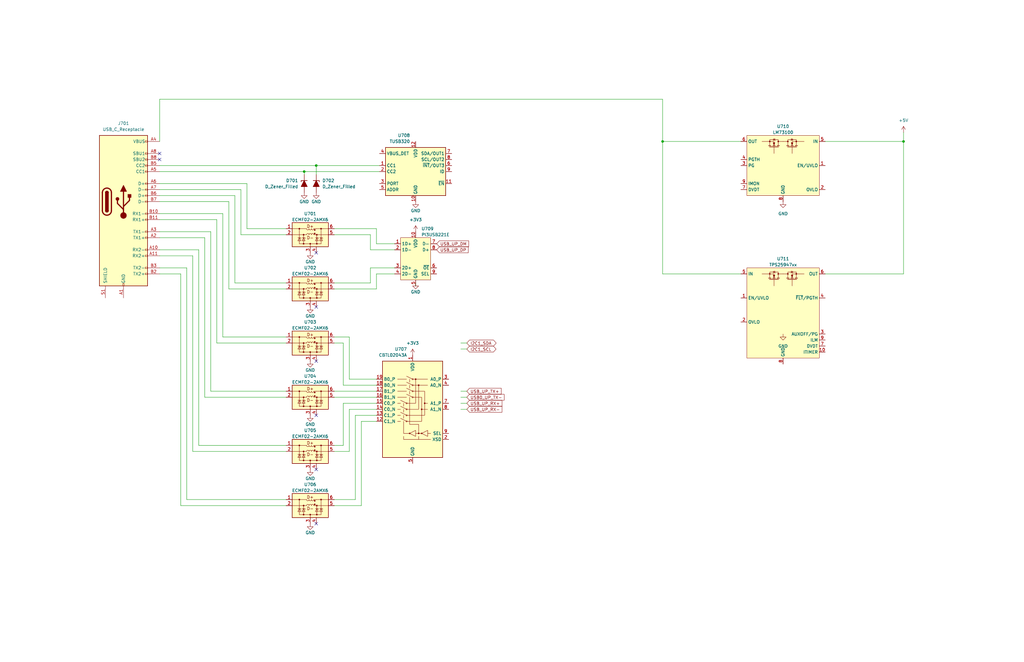
<source format=kicad_sch>
(kicad_sch (version 20230121) (generator eeschema)
  (paper "USLedger")
  (title_block (title "ErgoDUE") (date "2024-01-15") (rev "V0.1"))
  (lib_symbols
    (symbol "Analog_Switch:CBTL02043A"
      (property "Reference" "U" (at -12.7 21.59 0))
      (property "Value" "CBTL02043A" (at 6.35 21.59 0))
      (symbol "CBTL02043A_0_1"
        (rectangle (start -12.7 20.32) (end 12.7 -20.32) (stroke (width 0.254)) (fill (type background)))
        (circle (center -5.08 2.54) (radius 0.254) (fill (type outline)))
        (circle (center -3.81 0) (radius 0.254) (fill (type outline)))
        (circle (center -2.54 10.16) (radius 0.254) (fill (type outline)))
        (circle (center -1.27 12.7) (radius 0.254) (fill (type outline)))
        (polyline (pts (xy -7.62 -10.16) (xy -6.35 -10.16)))
        (polyline (pts (xy -7.62 -12.7) (xy -2.54 -12.7) (xy -2.54 -11.43)))
        (polyline (pts (xy -2.54 -12.7) (xy 3.81 -12.7) (xy 3.81 -11.43)))
        (polyline (pts (xy 1.27 -10.16) (xy -1.27 -8.89) (xy -1.27 -11.43) (xy 1.27 -10.16)))
        (polyline (pts (xy 5.08 -3.81) (xy 2.54 -5.08) (xy -3.81 -5.08) (xy -3.81 0)))
        (polyline (pts (xy 5.08 -1.27) (xy 2.54 -2.54) (xy -5.08 -2.54) (xy -5.08 2.54)))
        (polyline (pts (xy 5.08 1.27) (xy 2.54 0) (xy -2.54 0) (xy -2.54 10.16)))
        (polyline (pts (xy 5.08 3.81) (xy 2.54 2.54) (xy -1.27 2.54) (xy -1.27 12.7)))
      )
      (symbol "CBTL02043A_1_1"
        (circle (center -3.81 -10.16) (radius 0.254))
        (circle (center -2.54 -10.16) (radius 0.254) (fill (type outline)))
        (polyline (pts (xy -2.54 -10.16) (xy -1.27 -10.16)))
        (polyline (pts (xy 1.27 5.08) (xy 1.27 3.81)))
        (polyline (pts (xy 1.27 7.62) (xy 1.27 6.35)))
        (polyline (pts (xy 1.27 10.16) (xy 1.27 8.89)))
        (polyline (pts (xy 1.27 12.7) (xy 1.27 11.43)))
        (polyline (pts (xy 3.81 -3.81) (xy 3.81 -2.54)))
        (polyline (pts (xy 3.81 -1.27) (xy 3.81 0)))
        (polyline (pts (xy 3.81 1.27) (xy 3.81 2.54)))
        (polyline (pts (xy 6.35 -5.08) (xy 5.08 -5.08)))
        (polyline (pts (xy 6.35 -2.54) (xy 5.08 -2.54)))
        (polyline (pts (xy 6.35 0) (xy 5.08 0)))
        (polyline (pts (xy 6.35 2.54) (xy 5.08 2.54)))
        (polyline (pts (xy 6.35 5.08) (xy 2.54 5.08)))
        (polyline (pts (xy 6.35 7.62) (xy 2.54 7.62)))
        (polyline (pts (xy 6.35 10.16) (xy 2.54 10.16)))
        (polyline (pts (xy 6.35 12.7) (xy 2.54 12.7)))
        (polyline (pts (xy -6.35 10.16) (xy 0 10.16) (xy 2.54 11.43)))
        (polyline (pts (xy -6.35 12.7) (xy 0 12.7) (xy 2.54 13.97)))
        (polyline (pts (xy 1.27 -10.16) (xy 3.81 -10.16) (xy 3.81 -5.08)))
        (polyline (pts (xy -3.81 -10.16) (xy -6.35 -8.89) (xy -6.35 -11.43) (xy -3.81 -10.16)))
        (polyline (pts (xy -6.35 0) (xy -3.81 0) (xy -3.81 5.08) (xy 0 5.08) (xy 2.54 6.35)))
        (polyline (pts (xy -6.35 2.54) (xy -5.08 2.54) (xy -5.08 7.62) (xy 0 7.62) (xy 2.54 8.89)))
        (polyline (pts (xy 1.27 3.81) (xy 1.27 -6.35) (xy -2.54 -6.35) (xy -2.54 -10.16) (xy -3.81 -10.16)))
        (circle (center 0 5.08) (radius 0.254))
        (circle (center 0 7.62) (radius 0.254))
        (circle (center 0 10.16) (radius 0.254))
        (circle (center 0 12.7) (radius 0.254))
        (circle (center 1.27 -10.16) (radius 0.254))
        (circle (center 2.54 -5.08) (radius 0.254))
        (circle (center 2.54 -2.54) (radius 0.254))
        (circle (center 2.54 0) (radius 0.254))
        (circle (center 2.54 2.54) (radius 0.254))
        (pin power_in line (at 0 22.86 270) (length 2.54) (name "VDD") (number "1"))
        (pin passive line (at 0 22.86 270) (length 2.54) hide (name "VDD") (number "10"))
        (pin passive line (at 0 -22.86 90) (length 2.54) hide (name "GND") (number "11"))
        (pin passive line (at 15.24 -5.08 180) (length 2.54) (name "C1_N") (number "12"))
        (pin passive line (at 15.24 -2.54 180) (length 2.54) (name "C1_P") (number "13"))
        (pin passive line (at 15.24 0 180) (length 2.54) (name "C0_N") (number "14"))
        (pin passive line (at 15.24 2.54 180) (length 2.54) (name "C0_P") (number "15"))
        (pin passive line (at 15.24 5.08 180) (length 2.54) (name "B1_N") (number "16"))
        (pin passive line (at 15.24 7.62 180) (length 2.54) (name "B1_P") (number "17"))
        (pin passive line (at 15.24 10.16 180) (length 2.54) (name "B0_N") (number "18"))
        (pin passive line (at 15.24 12.7 180) (length 2.54) (name "B0_P") (number "19"))
        (pin input line (at -15.24 -12.7 0) (length 2.54) (name "XSD") (number "2"))
        (pin passive line (at 0 -22.86 90) (length 2.54) hide (name "GND") (number "20"))
        (pin passive line (at 0 -22.86 90) (length 2.54) hide (name "GND") (number "21"))
        (pin passive line (at -15.24 12.7 0) (length 2.54) (name "A0_P") (number "3"))
        (pin passive line (at -15.24 10.16 0) (length 2.54) (name "A0_N") (number "4"))
        (pin power_in line (at 0 -22.86 90) (length 2.54) (name "GND") (number "5"))
        (pin passive line (at 0 22.86 270) (length 2.54) hide (name "VDD") (number "6"))
        (pin passive line (at -15.24 2.54 0) (length 2.54) (name "A1_P") (number "7"))
        (pin passive line (at -15.24 0 0) (length 2.54) (name "A1_N") (number "8"))
        (pin input line (at -15.24 -10.16 0) (length 2.54) (name "SEL") (number "9"))
      )
    )
    (symbol "Device:D_Zener_Filled" (pin_numbers hide) (pin_names (offset 1.016) hide)
      (property "Reference" "D" (at 0 2.54 0))
      (property "Value" "D_Zener_Filled" (at 0 -2.54 0))
      (symbol "D_Zener_Filled_0_1"
        (polyline (pts (xy 1.27 0) (xy -1.27 0)))
        (polyline (pts (xy -1.27 -1.27) (xy -1.27 1.27) (xy -0.762 1.27)) (stroke (width 0.254)))
        (polyline (pts (xy 1.27 -1.27) (xy 1.27 1.27) (xy -1.27 0) (xy 1.27 -1.27)) (stroke (width 0.254)) (fill (type outline)))
      )
      (symbol "D_Zener_Filled_1_1"
        (pin passive line (at -3.81 0 0) (length 2.54) (name "K") (number "1"))
        (pin passive line (at 3.81 0 180) (length 2.54) (name "A") (number "2"))
      )
    )
    (symbol "Interface_USB:TUSB320"
      (property "Reference" "U" (at -11.43 11.43 0))
      (property "Value" "TUSB320" (at 7.62 11.43 0))
      (symbol "TUSB320_0_1"
        (rectangle (start -12.7 10.16) (end 12.7 -10.16) (stroke (width 0.254)) (fill (type background)))
      )
      (symbol "TUSB320_1_1"
        (pin bidirectional line (at 15.24 2.54 180) (length 2.54) (name "CC1") (number "1"))
        (pin power_in line (at 0 -12.7 90) (length 2.54) (name "GND") (number "10"))
        (pin input line (at -15.24 -5.08 0) (length 2.54) (name "~{EN}") (number "11"))
        (pin power_in line (at 0 12.7 270) (length 2.54) (name "VDD") (number "12"))
        (pin bidirectional line (at 15.24 0 180) (length 2.54) (name "CC2") (number "2"))
        (pin input line (at 15.24 -5.08 180) (length 2.54) (name "PORT") (number "3"))
        (pin input line (at 15.24 7.62 180) (length 2.54) (name "VBUS_DET") (number "4"))
        (pin input line (at 15.24 -7.62 180) (length 2.54) (name "ADDR") (number "5"))
        (pin open_collector line (at -15.24 2.54 0) (length 2.54) (name "~{INT}/OUT3") (number "6"))
        (pin bidirectional line (at -15.24 7.62 0) (length 2.54) (name "SDA/OUT1") (number "7"))
        (pin bidirectional line (at -15.24 5.08 0) (length 2.54) (name "SCL/OUT2") (number "8"))
        (pin open_collector line (at -15.24 0 0) (length 2.54) (name "ID") (number "9"))
      )
    )
    (symbol "Library:DIODES_PI3USB221E"
      (property "Reference" "U" (at 1.27 10.16 0))
      (property "Value" "PI3USB221E" (at 1.27 7.62 0))
      (symbol "DIODES_PI3USB221E_0_0"
        (pin bidirectional line (at -8.89 3.81 0) (length 2.54) (name "1D+") (number "1"))
        (pin power_in line (at 0 8.89 270) (length 2.54) (name "VDD") (number "10"))
        (pin bidirectional line (at -8.89 1.27 0) (length 2.54) (name "1D-") (number "2"))
        (pin bidirectional line (at -8.89 -6.35 0) (length 2.54) (name "2D+") (number "3"))
        (pin bidirectional line (at -8.89 -8.89 0) (length 2.54) (name "2D-") (number "4"))
        (pin power_in line (at 0 -13.97 90) (length 2.54) (name "GND") (number "5"))
        (pin input line (at 8.89 -6.35 180) (length 2.54) (name "~{OE}") (number "6"))
        (pin bidirectional line (at 8.89 3.81 180) (length 2.54) (name "D-") (number "7"))
        (pin bidirectional line (at 8.89 1.27 180) (length 2.54) (name "D+") (number "8"))
        (pin input line (at 8.89 -8.89 180) (length 2.54) (name "SEL") (number "9"))
      )
      (symbol "DIODES_PI3USB221E_1_1"
        (rectangle (start -6.35 6.35) (end 6.35 -11.43) (fill (type background)))
      )
    )
    (symbol "Library:TI_LM73100"
      (property "Reference" "U" (at 0 16.51 0))
      (property "Value" "LM73100" (at 0 13.97 0))
      (symbol "TI_LM73100_0_0"
        (pin input line (at -17.78 0 0) (length 2.54) (name "EN/UVLO") (number "1"))
        (pin power_in line (at -17.78 10.16 0) (length 2.54) (name "IN") (number "5"))
        (pin power_out line (at 17.78 10.16 180) (length 2.54) (name "OUT") (number "6"))
        (pin power_in line (at 0 -15.24 90) (length 2.54) (name "GND") (number "8"))
      )
      (symbol "TI_LM73100_0_1"
        (circle (center -5.588 10.16) (radius 0.254) (fill (type outline)))
        (circle (center -2.032 10.16) (radius 0.254) (fill (type outline)))
        (polyline (pts (xy -5.08 8.382) (xy -6.096 8.382)) (stroke (width 0.254)))
        (polyline (pts (xy -3.81 7.874) (xy -3.81 5.08)))
        (polyline (pts (xy -3.302 8.382) (xy -4.318 8.382)) (stroke (width 0.254)))
        (polyline (pts (xy -1.905 7.874) (xy -5.715 7.874)) (stroke (width 0.254)))
        (polyline (pts (xy -1.524 8.382) (xy -2.54 8.382)) (stroke (width 0.254)))
        (polyline (pts (xy 0 10.16) (xy -2.032 10.16)))
        (polyline (pts (xy 0 10.16) (xy 2.032 10.16)))
        (polyline (pts (xy 1.524 8.382) (xy 2.54 8.382)) (stroke (width 0.254)))
        (polyline (pts (xy 1.905 7.874) (xy 5.715 7.874)) (stroke (width 0.254)))
        (polyline (pts (xy 3.302 8.382) (xy 4.318 8.382)) (stroke (width 0.254)))
        (polyline (pts (xy 3.81 7.874) (xy 3.81 5.08)))
        (polyline (pts (xy 5.08 8.382) (xy 6.096 8.382)) (stroke (width 0.254)))
        (polyline (pts (xy -8.89 10.16) (xy -3.81 10.16) (xy -3.81 8.382)))
        (polyline (pts (xy 8.89 10.16) (xy 3.81 10.16) (xy 3.81 8.382)))
        (polyline (pts (xy -5.588 8.382) (xy -5.588 10.922) (xy -2.032 10.922) (xy -2.032 8.382)))
        (polyline (pts (xy -3.81 8.636) (xy -3.429 9.652) (xy -4.191 9.652) (xy -3.81 8.636)) (fill (type outline)))
        (polyline (pts (xy -3.429 10.922) (xy -4.064 10.541) (xy -4.064 11.303) (xy -3.429 10.922)))
        (polyline (pts (xy -3.302 10.414) (xy -3.429 10.541) (xy -3.429 11.303) (xy -3.556 11.43)))
        (polyline (pts (xy 3.302 10.414) (xy 3.429 10.541) (xy 3.429 11.303) (xy 3.556 11.43)))
        (polyline (pts (xy 3.429 10.922) (xy 4.064 10.541) (xy 4.064 11.303) (xy 3.429 10.922)))
        (polyline (pts (xy 3.81 8.636) (xy 3.429 9.652) (xy 4.191 9.652) (xy 3.81 8.636)) (fill (type outline)))
        (polyline (pts (xy 5.588 8.382) (xy 5.588 10.922) (xy 2.032 10.922) (xy 2.032 8.382)))
        (circle (center 2.032 10.16) (radius 0.254) (fill (type outline)))
        (circle (center 5.588 10.16) (radius 0.254) (fill (type outline)))
      )
      (symbol "TI_LM73100_1_0"
        (pin no_connect line (at 8.89 -15.24 90) (length 2.54) hide (name "NC") (number "10"))
        (pin input line (at -17.78 -10.16 0) (length 2.54) (name "OVLO") (number "2"))
        (pin input line (at 17.78 0 180) (length 2.54) (name "PG") (number "3"))
        (pin input line (at 17.78 2.54 180) (length 2.54) (name "PGTH") (number "4"))
        (pin input line (at 17.78 -10.16 180) (length 2.54) (name "DVDT") (number "7"))
        (pin input line (at 17.78 -7.62 180) (length 2.54) (name "IMON") (number "9"))
      )
      (symbol "TI_LM73100_1_1"
        (rectangle (start -15.24 12.7) (end 15.24 -12.7) (fill (type background)))
      )
    )
    (symbol "Library:TI_TPS25947"
      (property "Reference" "U" (at 0 16.51 0))
      (property "Value" "TPS25947x" (at 0 13.97 0))
      (symbol "TI_TPS25947_0_0"
        (pin input line (at -17.78 0 0) (length 2.54) (name "EN/UVLO") (number "1"))
        (pin input line (at 17.78 -22.86 180) (length 2.54) (name "ITIMER") (number "10"))
        (pin power_in line (at -17.78 10.16 0) (length 2.54) (name "IN") (number "5"))
        (pin power_out line (at 17.78 10.16 180) (length 2.54) (name "OUT") (number "6"))
        (pin input line (at 17.78 -20.32 180) (length 2.54) (name "DVDT") (number "7"))
        (pin power_in line (at 0 -27.94 90) (length 2.54) (name "GND") (number "8"))
        (pin input line (at 17.78 -17.78 180) (length 2.54) (name "ILM") (number "9"))
      )
      (symbol "TI_TPS25947_0_1"
        (circle (center -5.588 10.16) (radius 0.254) (fill (type outline)))
        (circle (center -2.032 10.16) (radius 0.254) (fill (type outline)))
        (polyline (pts (xy -5.08 8.382) (xy -6.096 8.382)) (stroke (width 0.254)))
        (polyline (pts (xy -3.81 7.874) (xy -3.81 5.08)))
        (polyline (pts (xy -3.302 8.382) (xy -4.318 8.382)) (stroke (width 0.254)))
        (polyline (pts (xy -1.905 7.874) (xy -5.715 7.874)) (stroke (width 0.254)))
        (polyline (pts (xy -1.524 8.382) (xy -2.54 8.382)) (stroke (width 0.254)))
        (polyline (pts (xy 0 10.16) (xy -2.032 10.16)))
        (polyline (pts (xy 0 10.16) (xy 2.032 10.16)))
        (polyline (pts (xy 1.524 8.382) (xy 2.54 8.382)) (stroke (width 0.254)))
        (polyline (pts (xy 1.905 7.874) (xy 5.715 7.874)) (stroke (width 0.254)))
        (polyline (pts (xy 3.302 8.382) (xy 4.318 8.382)) (stroke (width 0.254)))
        (polyline (pts (xy 3.81 7.874) (xy 3.81 5.08)))
        (polyline (pts (xy 5.08 8.382) (xy 6.096 8.382)) (stroke (width 0.254)))
        (polyline (pts (xy -8.89 10.16) (xy -3.81 10.16) (xy -3.81 8.382)))
        (polyline (pts (xy 8.89 10.16) (xy 3.81 10.16) (xy 3.81 8.382)))
        (polyline (pts (xy -5.588 8.382) (xy -5.588 10.922) (xy -2.032 10.922) (xy -2.032 8.382)))
        (polyline (pts (xy -3.81 8.636) (xy -3.429 9.652) (xy -4.191 9.652) (xy -3.81 8.636)) (fill (type outline)))
        (polyline (pts (xy -3.429 10.922) (xy -4.064 10.541) (xy -4.064 11.303) (xy -3.429 10.922)))
        (polyline (pts (xy -3.302 10.414) (xy -3.429 10.541) (xy -3.429 11.303) (xy -3.556 11.43)))
        (polyline (pts (xy 3.302 10.414) (xy 3.429 10.541) (xy 3.429 11.303) (xy 3.556 11.43)))
        (polyline (pts (xy 3.429 10.922) (xy 4.064 10.541) (xy 4.064 11.303) (xy 3.429 10.922)))
        (polyline (pts (xy 3.81 8.636) (xy 3.429 9.652) (xy 4.191 9.652) (xy 3.81 8.636)) (fill (type outline)))
        (polyline (pts (xy 5.588 8.382) (xy 5.588 10.922) (xy 2.032 10.922) (xy 2.032 8.382)))
        (circle (center 2.032 10.16) (radius 0.254) (fill (type outline)))
        (circle (center 5.588 10.16) (radius 0.254) (fill (type outline)))
      )
      (symbol "TI_TPS25947_1_0"
        (pin input line (at -17.78 -10.16 0) (length 2.54) (name "OVLO") (number "2"))
        (pin input line (at 17.78 -15.24 180) (length 2.54) (name "AUXOFF/PG") (number "3"))
        (pin input line (at 17.78 0 180) (length 2.54) (name "~{FLT}/PGTH") (number "4"))
      )
      (symbol "TI_TPS25947_1_1"
        (rectangle (start -15.24 12.7) (end 15.24 -25.4) (fill (type background)))
      )
    )
    (symbol "Power_Protection:ECMF02-2AMX6" (pin_names (offset 0.0254) hide)
      (property "Reference" "U" (at 0 10.16 0))
      (property "Value" "ECMF02-2AMX6" (at 0 7.62 0))
      (symbol "ECMF02-2AMX6_0_1"
        (rectangle (start -7.62 5.08) (end 7.62 -5.08) (stroke (width 0.254)) (fill (type background)))
        (arc (start -1.524 2.5023) (mid -1.016 2.0306) (end -0.508 2.5023))
        (arc (start -0.508 0.0377) (mid -1.016 0.5094) (end -1.524 0.0377))
        (arc (start -0.508 2.5023) (mid 0 2.0306) (end 0.508 2.5023))
        (polyline (pts (xy -7.62 0) (xy -1.524 0)))
        (polyline (pts (xy -7.62 2.54) (xy -1.524 2.54)))
        (polyline (pts (xy -4.572 -3.81) (xy 4.572 -3.81)))
        (polyline (pts (xy -4.572 2.54) (xy -4.572 -3.81)))
        (polyline (pts (xy -2.794 0) (xy -2.794 -3.81)))
        (polyline (pts (xy 0 -5.08) (xy 0 -3.81)))
        (polyline (pts (xy 2.54 0) (xy 1.524 0)))
        (polyline (pts (xy 2.54 0) (xy 7.62 0)))
        (polyline (pts (xy 2.54 2.54) (xy 1.524 2.54)))
        (polyline (pts (xy 2.54 2.54) (xy 7.62 2.54)))
        (polyline (pts (xy 2.794 0) (xy 2.794 -3.81)))
        (polyline (pts (xy 4.572 2.54) (xy 4.572 -3.81)))
        (arc (start 0.508 0.0377) (mid 0 0.5094) (end -0.508 0.0377))
        (arc (start 0.508 2.5023) (mid 1.016 2.0306) (end 1.524 2.5023))
        (arc (start 1.524 0.0377) (mid 1.016 0.5094) (end 0.508 0.0377))
        (text "D+" (at 0 3.556 0) (effects (font (size 1.27 1.27))))
        (text "D-" (at 0 -1.27 0) (effects (font (size 1.27 1.27))))
      )
      (symbol "ECMF02-2AMX6_1_1"
        (circle (center -4.572 2.54) (radius 0.254) (fill (type outline)))
        (circle (center -2.794 -3.81) (radius 0.254) (fill (type outline)))
        (circle (center -2.794 0) (radius 0.254) (fill (type outline)))
        (circle (center 0 -3.81) (radius 0.254) (fill (type outline)))
        (polyline (pts (xy -3.937 -1.651) (xy -3.937 -1.27) (xy -5.207 -1.27)))
        (polyline (pts (xy -2.159 -1.651) (xy -2.159 -1.27) (xy -3.429 -1.27)))
        (polyline (pts (xy 3.429 -1.651) (xy 3.429 -1.27) (xy 2.159 -1.27)))
        (polyline (pts (xy 5.207 -1.651) (xy 5.207 -1.27) (xy 3.937 -1.27)))
        (polyline (pts (xy -5.207 -2.54) (xy -3.937 -2.54) (xy -4.572 -1.27) (xy -5.207 -2.54)))
        (polyline (pts (xy -3.429 -2.54) (xy -2.159 -2.54) (xy -2.794 -1.27) (xy -3.429 -2.54)))
        (polyline (pts (xy 3.429 -2.54) (xy 2.159 -2.54) (xy 2.794 -1.27) (xy 3.429 -2.54)))
        (polyline (pts (xy 5.207 -2.54) (xy 3.937 -2.54) (xy 4.572 -1.27) (xy 5.207 -2.54)))
        (circle (center 1.905 0.508) (radius 0.254) (fill (type outline)))
        (circle (center 1.905 2.032) (radius 0.254) (fill (type outline)))
        (circle (center 2.794 -3.81) (radius 0.254) (fill (type outline)))
        (circle (center 2.794 0) (radius 0.254) (fill (type outline)))
        (circle (center 4.572 2.54) (radius 0.254) (fill (type outline)))
        (pin passive line (at -10.16 2.54 0) (length 2.54) (name "D+_in") (number "1"))
        (pin passive line (at -10.16 0 0) (length 2.54) (name "D-_in") (number "2"))
        (pin power_in line (at 0 -7.62 90) (length 2.54) (name "GND") (number "3"))
        (pin free line (at 2.54 -7.62 90) (length 2.54) (name "NC") (number "4"))
        (pin passive line (at 10.16 0 180) (length 2.54) (name "D-_out") (number "5"))
        (pin passive line (at 10.16 2.54 180) (length 2.54) (name "D+_out") (number "6"))
      )
    )
    (symbol "USB_C_Receptacle_1" (pin_names (offset 1.016))
      (property "Reference" "J501" (at 0 33.02 0))
      (property "Value" "USB_C_Receptacle" (at 0 30.48 0))
      (symbol "USB_C_Receptacle_1_0_0"
        (rectangle (start -0.254 -35.56) (end 0.254 -34.544))
        (rectangle (start 10.16 -30.226) (end 9.144 -30.734))
        (rectangle (start 10.16 -27.686) (end 9.144 -28.194))
        (rectangle (start 10.16 -22.606) (end 9.144 -23.114))
        (rectangle (start 10.16 -20.066) (end 9.144 -20.574))
        (rectangle (start 10.16 -14.986) (end 9.144 -15.494))
        (rectangle (start 10.16 -12.446) (end 9.144 -12.954))
        (rectangle (start 10.16 -7.366) (end 9.144 -7.874))
        (rectangle (start 10.16 -4.826) (end 9.144 -5.334))
        (rectangle (start 10.16 0.254) (end 9.144 -0.254))
        (rectangle (start 10.16 2.794) (end 9.144 2.286))
        (rectangle (start 10.16 5.334) (end 9.144 4.826))
        (rectangle (start 10.16 7.874) (end 9.144 7.366))
        (rectangle (start 10.16 12.954) (end 9.144 12.446))
        (rectangle (start 10.16 15.494) (end 9.144 14.986))
        (rectangle (start 10.16 18.034) (end 9.144 17.526))
        (rectangle (start 10.16 20.574) (end 9.144 20.066))
        (rectangle (start 10.16 25.654) (end 9.144 25.146))
      )
      (symbol "USB_C_Receptacle_1_0_1"
        (rectangle (start -10.16 27.94) (end 10.16 -35.56) (stroke (width 0.254)) (fill (type background)))
        (arc (start -8.89 -3.81) (mid -6.985 -5.7067) (end -5.08 -3.81) (stroke (width 0.508)))
        (arc (start -7.62 -3.81) (mid -6.985 -4.4423) (end -6.35 -3.81) (stroke (width 0.254)))
        (arc (start -7.62 -3.81) (mid -6.985 -4.4423) (end -6.35 -3.81) (stroke (width 0.254)) (fill (type outline)))
        (rectangle (start -7.62 -3.81) (end -6.35 3.81) (stroke (width 0.254)) (fill (type outline)))
        (arc (start -6.35 3.81) (mid -6.985 4.4423) (end -7.62 3.81) (stroke (width 0.254)))
        (arc (start -6.35 3.81) (mid -6.985 4.4423) (end -7.62 3.81) (stroke (width 0.254)) (fill (type outline)))
        (arc (start -5.08 3.81) (mid -6.985 5.7067) (end -8.89 3.81) (stroke (width 0.508)))
        (polyline (pts (xy -8.89 -3.81) (xy -8.89 3.81)) (stroke (width 0.508)))
        (polyline (pts (xy -5.08 3.81) (xy -5.08 -3.81)) (stroke (width 0.508)))
      )
      (symbol "USB_C_Receptacle_1_1_1"
        (circle (center -2.54 1.143) (radius 0.635) (stroke (width 0.254)) (fill (type outline)))
        (circle (center 0 -5.842) (radius 1.27) (fill (type outline)))
        (polyline (pts (xy 0 -5.842) (xy 0 4.318)) (stroke (width 0.508)))
        (polyline (pts (xy 0 -3.302) (xy -2.54 -0.762) (xy -2.54 0.508)) (stroke (width 0.508)))
        (polyline (pts (xy 0 -2.032) (xy 2.54 0.508) (xy 2.54 1.778)) (stroke (width 0.508)))
        (polyline (pts (xy -1.27 4.318) (xy 0 6.858) (xy 1.27 4.318) (xy -1.27 4.318)) (stroke (width 0.254)) (fill (type outline)))
        (rectangle (start 1.905 1.778) (end 3.175 3.048) (stroke (width 0.254)) (fill (type outline)))
        (pin passive line (at 0 -40.64 90) (length 5.08) (name "GND") (number "A1"))
        (pin bidirectional line (at 15.24 -20.32 180) (length 5.08) (name "RX2-") (number "A10"))
        (pin bidirectional line (at 15.24 -22.86 180) (length 5.08) (name "RX2+") (number "A11"))
        (pin passive line (at 0 -40.64 90) (length 5.08) hide (name "GND") (number "A12"))
        (pin bidirectional line (at 15.24 -15.24 180) (length 5.08) (name "TX1+") (number "A2"))
        (pin bidirectional line (at 15.24 -12.7 180) (length 5.08) (name "TX1-") (number "A3"))
        (pin passive line (at 15.24 25.4 180) (length 5.08) (name "VBUS") (number "A4"))
        (pin bidirectional line (at 15.24 12.7 180) (length 5.08) (name "CC1") (number "A5"))
        (pin bidirectional line (at 15.24 7.62 180) (length 5.08) (name "D+") (number "A6"))
        (pin bidirectional line (at 15.24 5.08 180) (length 5.08) (name "D-") (number "A7"))
        (pin bidirectional line (at 15.24 20.32 180) (length 5.08) (name "SBU1") (number "A8"))
        (pin passive line (at 15.24 25.4 180) (length 5.08) hide (name "VBUS") (number "A9"))
        (pin passive line (at 0 -40.64 90) (length 5.08) hide (name "GND") (number "B1"))
        (pin bidirectional line (at 15.24 -5.08 180) (length 5.08) (name "RX1-") (number "B10"))
        (pin bidirectional line (at 15.24 -7.62 180) (length 5.08) (name "RX1+") (number "B11"))
        (pin passive line (at 0 -40.64 90) (length 5.08) hide (name "GND") (number "B12"))
        (pin bidirectional line (at 15.24 -30.48 180) (length 5.08) (name "TX2+") (number "B2"))
        (pin bidirectional line (at 15.24 -27.94 180) (length 5.08) (name "TX2-") (number "B3"))
        (pin passive line (at 15.24 25.4 180) (length 5.08) hide (name "VBUS") (number "B4"))
        (pin bidirectional line (at 15.24 15.24 180) (length 5.08) (name "CC2") (number "B5"))
        (pin bidirectional line (at 15.24 2.54 180) (length 5.08) (name "D+") (number "B6"))
        (pin bidirectional line (at 15.24 0 180) (length 5.08) (name "D-") (number "B7"))
        (pin bidirectional line (at 15.24 17.78 180) (length 5.08) (name "SBU2") (number "B8"))
        (pin passive line (at 15.24 25.4 180) (length 5.08) hide (name "VBUS") (number "B9"))
        (pin passive line (at -7.62 -40.64 90) (length 5.08) (name "SHIELD") (number "S1"))
      )
    )
    (symbol "power:+3V3" (power) (pin_names (offset 0))
      (property "Value" "+3V3" (at 0 3.556 0))
      (symbol "+3V3_0_1"
        (polyline (pts (xy -0.762 1.27) (xy 0 2.54)))
        (polyline (pts (xy 0 0) (xy 0 2.54)))
        (polyline (pts (xy 0 2.54) (xy 0.762 1.27)))
      )
      (symbol "+3V3_1_1"
        (pin power_in line (at 0 0 90) (length 0) hide (name "+3V3") (number "1"))
      )
    )
    (symbol "power:+5V" (power) (pin_names (offset 0))
      (property "Value" "+5V" (at 0 3.556 0))
      (symbol "+5V_0_1"
        (polyline (pts (xy -0.762 1.27) (xy 0 2.54)))
        (polyline (pts (xy 0 0) (xy 0 2.54)))
        (polyline (pts (xy 0 2.54) (xy 0.762 1.27)))
      )
      (symbol "+5V_1_1"
        (pin power_in line (at 0 0 90) (length 0) hide (name "+5V") (number "1"))
      )
    )
    (symbol "power:GND" (power) (pin_names (offset 0))
      (property "Value" "GND" (at 0 -3.81 0))
      (symbol "GND_0_1"
        (polyline (pts (xy 0 0) (xy 0 -1.27) (xy 1.27 -1.27) (xy 0 -2.54) (xy -1.27 -1.27) (xy 0 -1.27)))
      )
      (symbol "GND_1_1"
        (pin power_in line (at 0 0 270) (length 0) hide (name "GND") (number "1"))
      )
    )
  )
  (junction (at 279.4 59.69))
  (junction (at 128.27 72.39))
  (junction (at 133.35 69.85))
  (junction (at 381 59.69))
  (no_connect (at 133.35 175.26))
  (no_connect (at 133.35 129.54))
  (no_connect (at 133.35 106.68))
  (no_connect (at 133.35 198.12))
  (no_connect (at 67.31 67.31))
  (no_connect (at 133.35 220.98))
  (no_connect (at 67.31 64.77))
  (no_connect (at 133.35 152.4))
  (wire (pts (xy 91.44 92.71) (xy 67.31 92.71)))
  (wire (pts (xy 96.52 85.09) (xy 67.31 85.09)))
  (wire (pts (xy 99.06 119.38) (xy 120.65 119.38)))
  (wire (pts (xy 147.32 160.02) (xy 147.32 142.24)))
  (wire (pts (xy 67.31 82.55) (xy 99.06 82.55)))
  (wire (pts (xy 101.6 99.06) (xy 101.6 80.01)))
  (wire (pts (xy 147.32 172.72) (xy 147.32 190.5)))
  (wire (pts (xy 67.31 113.03) (xy 78.74 113.03)))
  (wire (pts (xy 120.65 99.06) (xy 101.6 99.06)))
  (wire (pts (xy 88.9 97.79) (xy 88.9 165.1)))
  (wire (pts (xy 81.28 107.95) (xy 67.31 107.95)))
  (wire (pts (xy 128.27 73.66) (xy 128.27 72.39)))
  (wire (pts (xy 279.4 115.57) (xy 312.42 115.57)))
  (wire (pts (xy 104.14 77.47) (xy 104.14 96.52)))
  (wire (pts (xy 149.86 175.26) (xy 149.86 210.82)))
  (wire (pts (xy 88.9 165.1) (xy 120.65 165.1)))
  (wire (pts (xy 128.27 72.39) (xy 160.02 72.39)))
  (wire (pts (xy 196.85 172.72) (xy 194.31 172.72)))
  (wire (pts (xy 194.31 147.32) (xy 196.85 147.32)))
  (wire (pts (xy 158.75 102.87) (xy 166.37 102.87)))
  (wire (pts (xy 158.75 115.57) (xy 158.75 121.92)))
  (wire (pts (xy 158.75 121.92) (xy 140.97 121.92)))
  (wire (pts (xy 279.4 41.91) (xy 279.4 59.69)))
  (wire (pts (xy 140.97 167.64) (xy 158.75 167.64)))
  (wire (pts (xy 67.31 41.91) (xy 67.31 59.69)))
  (wire (pts (xy 147.32 142.24) (xy 140.97 142.24)))
  (wire (pts (xy 93.98 142.24) (xy 120.65 142.24)))
  (wire (pts (xy 101.6 80.01) (xy 67.31 80.01)))
  (wire (pts (xy 67.31 41.91) (xy 279.4 41.91)))
  (wire (pts (xy 86.36 100.33) (xy 67.31 100.33)))
  (wire (pts (xy 279.4 59.69) (xy 279.4 115.57)))
  (wire (pts (xy 381 59.69) (xy 347.98 59.69)))
  (wire (pts (xy 140.97 213.36) (xy 152.4 213.36)))
  (wire (pts (xy 381 59.69) (xy 381 115.57)))
  (wire (pts (xy 147.32 190.5) (xy 140.97 190.5)))
  (wire (pts (xy 67.31 77.47) (xy 104.14 77.47)))
  (wire (pts (xy 196.85 170.18) (xy 194.31 170.18)))
  (wire (pts (xy 99.06 82.55) (xy 99.06 119.38)))
  (wire (pts (xy 175.26 120.65) (xy 175.26 119.38)))
  (wire (pts (xy 67.31 72.39) (xy 128.27 72.39)))
  (wire (pts (xy 158.75 160.02) (xy 147.32 160.02)))
  (wire (pts (xy 120.65 213.36) (xy 76.2 213.36)))
  (wire (pts (xy 166.37 115.57) (xy 158.75 115.57)))
  (wire (pts (xy 149.86 210.82) (xy 140.97 210.82)))
  (wire (pts (xy 83.82 105.41) (xy 83.82 187.96)))
  (wire (pts (xy 120.65 167.64) (xy 86.36 167.64)))
  (wire (pts (xy 83.82 187.96) (xy 120.65 187.96)))
  (wire (pts (xy 166.37 105.41) (xy 156.21 105.41)))
  (wire (pts (xy 140.97 119.38) (xy 156.21 119.38)))
  (wire (pts (xy 91.44 144.78) (xy 91.44 92.71)))
  (wire (pts (xy 144.78 144.78) (xy 144.78 162.56)))
  (wire (pts (xy 133.35 69.85) (xy 133.35 73.66)))
  (wire (pts (xy 140.97 144.78) (xy 144.78 144.78)))
  (wire (pts (xy 279.4 59.69) (xy 312.42 59.69)))
  (wire (pts (xy 93.98 90.17) (xy 93.98 142.24)))
  (wire (pts (xy 67.31 90.17) (xy 93.98 90.17)))
  (wire (pts (xy 158.75 96.52) (xy 158.75 102.87)))
  (wire (pts (xy 140.97 96.52) (xy 158.75 96.52)))
  (wire (pts (xy 81.28 190.5) (xy 81.28 107.95)))
  (wire (pts (xy 133.35 69.85) (xy 160.02 69.85)))
  (wire (pts (xy 120.65 144.78) (xy 91.44 144.78)))
  (wire (pts (xy 156.21 105.41) (xy 156.21 99.06)))
  (wire (pts (xy 78.74 210.82) (xy 120.65 210.82)))
  (wire (pts (xy 140.97 187.96) (xy 144.78 187.96)))
  (wire (pts (xy 144.78 170.18) (xy 158.75 170.18)))
  (wire (pts (xy 196.85 165.1) (xy 194.31 165.1)))
  (wire (pts (xy 196.85 167.64) (xy 194.31 167.64)))
  (wire (pts (xy 381 55.88) (xy 381 59.69)))
  (wire (pts (xy 67.31 97.79) (xy 88.9 97.79)))
  (wire (pts (xy 120.65 190.5) (xy 81.28 190.5)))
  (wire (pts (xy 120.65 121.92) (xy 96.52 121.92)))
  (wire (pts (xy 156.21 99.06) (xy 140.97 99.06)))
  (wire (pts (xy 156.21 119.38) (xy 156.21 113.03)))
  (wire (pts (xy 86.36 167.64) (xy 86.36 100.33)))
  (wire (pts (xy 78.74 113.03) (xy 78.74 210.82)))
  (wire (pts (xy 140.97 165.1) (xy 158.75 165.1)))
  (wire (pts (xy 152.4 177.8) (xy 158.75 177.8)))
  (wire (pts (xy 144.78 187.96) (xy 144.78 170.18)))
  (wire (pts (xy 156.21 113.03) (xy 166.37 113.03)))
  (wire (pts (xy 96.52 121.92) (xy 96.52 85.09)))
  (wire (pts (xy 381 115.57) (xy 347.98 115.57)))
  (wire (pts (xy 76.2 213.36) (xy 76.2 115.57)))
  (wire (pts (xy 67.31 69.85) (xy 133.35 69.85)))
  (wire (pts (xy 67.31 105.41) (xy 83.82 105.41)))
  (wire (pts (xy 144.78 162.56) (xy 158.75 162.56)))
  (wire (pts (xy 104.14 96.52) (xy 120.65 96.52)))
  (wire (pts (xy 158.75 175.26) (xy 149.86 175.26)))
  (wire (pts (xy 152.4 213.36) (xy 152.4 177.8)))
  (wire (pts (xy 194.31 144.78) (xy 196.85 144.78)))
  (wire (pts (xy 158.75 172.72) (xy 147.32 172.72)))
  (wire (pts (xy 76.2 115.57) (xy 67.31 115.57)))
  (global_label "USB_UP_DP" (shape input) (at 184.15 105.41 0) (property "Intersheetrefs" "${INTERSHEET_REFS}" (effects hide)))
  (global_label "USB0_UP_TX-" (shape input) (at 196.85 167.64 0) (property "Intersheetrefs" "${INTERSHEET_REFS}" (effects hide)))
  (global_label "USB_UP_RX+" (shape input) (at 196.85 170.18 0) (property "Intersheetrefs" "${INTERSHEET_REFS}" (effects hide)))
  (global_label "I2C1_SDA" (shape bidirectional) (at 196.85 144.78 0) (property "Intersheetrefs" "${INTERSHEET_REFS}" (effects hide)))
  (global_label "USB_UP_DM" (shape input) (at 184.15 102.87 0) (property "Intersheetrefs" "${INTERSHEET_REFS}" (effects hide)))
  (global_label "USB_UP_RX-" (shape input) (at 196.85 172.72 0) (property "Intersheetrefs" "${INTERSHEET_REFS}" (effects hide)))
  (global_label "USB_UP_TX+" (shape input) (at 196.85 165.1 0) (property "Intersheetrefs" "${INTERSHEET_REFS}" (effects hide)))
  (global_label "I2C1_SCL" (shape bidirectional) (at 196.85 147.32 0) (property "Intersheetrefs" "${INTERSHEET_REFS}" (effects hide)))
  (symbol (lib_id "power:GND") (at 130.81 106.68 0) (unit 1)
    (property "Reference" "#PWR0702" (effects hide))
    (property "Value" "GND" (at 130.81 110.49 0))
  )
  (symbol (lib_id "power:GND") (at 130.81 220.98 0) (unit 1)
    (property "Reference" "#PWR0707" (effects hide))
    (property "Value" "GND" (at 130.81 224.79 0))
  )
  (symbol (lib_id "power:GND") (at 130.81 198.12 0) (unit 1)
    (property "Reference" "#PWR0706" (effects hide))
    (property "Value" "GND" (at 130.81 201.93 0))
  )
  (symbol (lib_id "Library:TI_TPS25947") (at 330.2 125.73 0) (unit 1)
    (property "Reference" "U711" (at 330.2 109.22 0))
    (property "Value" "TPS25947xx" (at 330.2 111.76 0))
    (property "Datasheet" "https://www.ti.com/lit/ds/symlink/tps25947.pdf" (effects hide))
  )
  (symbol (lib_id "power:GND") (at 330.2 85.09 0) (unit 1)
    (property "Reference" "#PWR0713" (effects hide))
    (property "Value" "GND" (at 330.2 90.17 0))
  )
  (symbol (lib_id "power:GND") (at 330.2 140.97 0) (unit 1)
    (property "Reference" "#PWR0714" (effects hide))
    (property "Value" "GND" (at 330.2 146.05 0))
  )
  (symbol (lib_id "Power_Protection:ECMF02-2AMX6") (at 130.81 167.64 0) (unit 1)
    (property "Reference" "U704" (at 130.81 158.75 0))
    (property "Value" "ECMF02-2AMX6" (at 130.81 161.29 0))
    (property "Footprint" "Package_DFN_QFN:ST_UQFN-6L_1.5x1.7mm_P0.5mm" (effects hide))
    (property "Datasheet" "https://www.st.com/resource/en/datasheet/ecmf02-2amx6.pdf" (effects hide))
  )
  (symbol (lib_id "Library:DIODES_PI3USB221E") (at 175.26 106.68 0) (unit 1)
    (property "Reference" "U709" (at 177.7025 96.52 0) (effects (justify left)))
    (property "Value" "PI3USB221E" (at 177.7025 99.06 0) (effects (justify left)))
  )
  (symbol (lib_id "power:+3V3") (at 173.99 149.86 0) (unit 1)
    (property "Reference" "#PWR0709" (effects hide))
    (property "Value" "+3V3" (at 173.99 144.78 0))
  )
  (symbol (lib_id "power:GND") (at 133.35 81.28 0) (unit 1)
    (property "Reference" "#PWR0708" (effects hide))
    (property "Value" "GND" (at 133.35 85.09 0))
  )
  (symbol (lib_id "Power_Protection:ECMF02-2AMX6") (at 130.81 213.36 0) (unit 1)
    (property "Reference" "U706" (at 130.81 204.47 0))
    (property "Value" "ECMF02-2AMX6" (at 130.81 207.01 0))
    (property "Footprint" "Package_DFN_QFN:ST_UQFN-6L_1.5x1.7mm_P0.5mm" (effects hide))
    (property "Datasheet" "https://www.st.com/resource/en/datasheet/ecmf02-2amx6.pdf" (effects hide))
  )
  (symbol (lib_id "power:GND") (at 175.26 119.38 0) (unit 1)
    (property "Reference" "#PWR0712" (effects hide))
    (property "Value" "GND" (at 175.26 123.19 0))
  )
  (symbol (lib_id "power:GND") (at 130.81 129.54 0) (unit 1)
    (property "Reference" "#PWR0703" (effects hide))
    (property "Value" "GND" (at 130.81 133.35 0))
  )
  (symbol (lib_id "Power_Protection:ECMF02-2AMX6") (at 130.81 121.92 0) (unit 1)
    (property "Reference" "U702" (at 130.81 113.03 0))
    (property "Value" "ECMF02-2AMX6" (at 130.81 115.57 0))
    (property "Footprint" "Package_DFN_QFN:ST_UQFN-6L_1.5x1.7mm_P0.5mm" (effects hide))
    (property "Datasheet" "https://www.st.com/resource/en/datasheet/ecmf02-2amx6.pdf" (effects hide))
  )
  (symbol (lib_id "Power_Protection:ECMF02-2AMX6") (at 130.81 99.06 0) (unit 1)
    (property "Reference" "U701" (at 130.81 90.17 0))
    (property "Value" "ECMF02-2AMX6" (at 130.81 92.71 0))
    (property "Footprint" "Package_DFN_QFN:ST_UQFN-6L_1.5x1.7mm_P0.5mm" (effects hide))
    (property "Datasheet" "https://www.st.com/resource/en/datasheet/ecmf02-2amx6.pdf" (effects hide))
  )
  (symbol (lib_id "power:+3V3") (at 175.26 97.79 0) (unit 1)
    (property "Reference" "#PWR0711" (effects hide))
    (property "Value" "+3V3" (at 175.26 92.71 0))
  )
  (symbol (lib_id "power:+5V") (at 381 55.88 0) (unit 1)
    (property "Reference" "#PWR0715" (effects hide))
    (property "Value" "+5V" (at 381 50.8 0))
  )
  (symbol (lib_id "Power_Protection:ECMF02-2AMX6") (at 130.81 190.5 0) (unit 1)
    (property "Reference" "U705" (at 130.81 181.61 0))
    (property "Value" "ECMF02-2AMX6" (at 130.81 184.15 0))
    (property "Footprint" "Package_DFN_QFN:ST_UQFN-6L_1.5x1.7mm_P0.5mm" (effects hide))
    (property "Datasheet" "https://www.st.com/resource/en/datasheet/ecmf02-2amx6.pdf" (effects hide))
  )
  (symbol (lib_id "power:GND") (at 130.81 152.4 0) (unit 1)
    (property "Reference" "#PWR0704" (effects hide))
    (property "Value" "GND" (at 130.81 156.21 0))
  )
  (symbol (lib_id "Power_Protection:ECMF02-2AMX6") (at 130.81 144.78 0) (unit 1)
    (property "Reference" "U703" (at 130.81 135.89 0))
    (property "Value" "ECMF02-2AMX6" (at 130.81 138.43 0))
    (property "Footprint" "Package_DFN_QFN:ST_UQFN-6L_1.5x1.7mm_P0.5mm" (effects hide))
    (property "Datasheet" "https://www.st.com/resource/en/datasheet/ecmf02-2amx6.pdf" (effects hide))
  )
  (symbol (lib_name "USB_C_Receptacle_1") (lib_id "Connector:USB_C_Receptacle") (at 52.07 85.09 0) (unit 1)
    (property "Reference" "J701" (at 52.07 52.07 0))
    (property "Value" "USB_C_Receptacle" (at 52.07 54.61 0))
    (property "Datasheet" "https://www.usb.org/sites/default/files/documents/usb_type-c.zip" (effects hide))
    (instances (project "ErgoDUE" (path "" (reference "J701") (unit 1))) (project "interface" (path "" (reference "J102") (unit 1))))
  )
  (symbol (lib_id "power:GND") (at 130.81 175.26 0) (unit 1)
    (property "Reference" "#PWR0705" (effects hide))
    (property "Value" "GND" (at 130.81 179.07 0))
  )
  (symbol (lib_id "Analog_Switch:CBTL02043A") (at 173.99 172.72 0) (mirror y) (unit 1)
    (property "Reference" "U707" (at 171.617 147.32 0) (effects (justify left)))
    (property "Value" "CBTL02043A" (at 171.617 149.86 0) (effects (justify left)))
    (property "Footprint" "Package_DFN_QFN:WQFN-20-1EP_2.5x4.5mm_P0.5mm_EP1x2.9mm" (effects hide))
    (property "Datasheet" "https://www.nxp.com/docs/en/data-sheet/CBTL02043A_CBTL02043B.pdf" (effects hide))
  )
  (symbol (lib_id "Library:TI_LM73100") (at 330.2 69.85 0) (mirror y) (unit 1)
    (property "Reference" "U710" (at 330.2 53.34 0))
    (property "Value" "LM73100" (at 330.2 55.88 0))
    (property "Datasheet" "https://www.ti.com/lit/ds/symlink/lm7310.pdf" (effects hide))
  )
  (symbol (lib_id "Device:D_Zener_Filled") (at 133.35 77.47 270) (unit 1)
    (property "Reference" "D702" (at 135.89 76.2 90) (effects (justify left)))
    (property "Value" "D_Zener_Filled" (at 135.89 78.74 90) (effects (justify left)))
  )
  (symbol (lib_id "Device:D_Zener_Filled") (at 128.27 77.47 90) (mirror x) (unit 1)
    (property "Reference" "D701" (at 125.73 76.2 90) (effects (justify left)))
    (property "Value" "D_Zener_Filled" (at 125.73 78.74 90) (effects (justify left)))
  )
  (symbol (lib_id "power:GND") (at 175.26 85.09 0) (unit 1)
    (property "Reference" "#PWR0710" (effects hide))
    (property "Value" "GND" (at 175.26 88.9 0))
  )
  (symbol (lib_id "power:GND") (at 128.27 81.28 0) (unit 1)
    (property "Reference" "#PWR0701" (effects hide))
    (property "Value" "GND" (at 128.27 85.09 0))
  )
  (symbol (lib_id "Interface_USB:TUSB320") (at 175.26 72.39 0) (mirror y) (unit 1)
    (property "Reference" "U708" (at 172.887 57.15 0) (effects (justify left)))
    (property "Value" "TUSB320" (at 172.887 59.69 0) (effects (justify left)))
    (property "Footprint" "Package_DFN_QFN:Texas_X2QFN-12_1.6x1.6mm_P0.4mm" (effects hide))
    (property "Datasheet" "http://www.ti.com/lit/ds/symlink/tusb320.pdf" (effects hide))
  )
)
</source>
